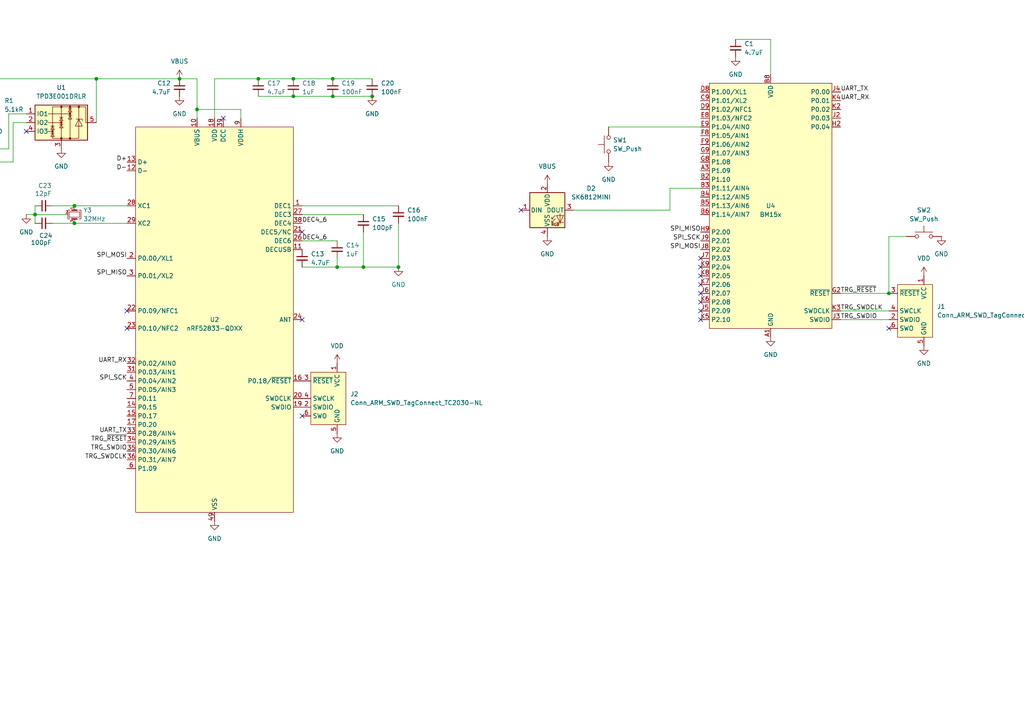
<source format=kicad_sch>
(kicad_sch (version 20240602) (generator "eeschema") (generator_version "8.99")
  (paper "A4")
  (lib_symbols
    (symbol "Connector:Conn_ARM_SWD_TagConnect_TC2030-NL" (in_bom no)
      (property "Reference" "J" (at 2.54 11.43 0))
      (property "Value" "Conn_ARM_SWD_TagConnect_TC2030-NL" (at 2.54 8.89 0))
      (symbol "Conn_ARM_SWD_TagConnect_TC2030-NL_0_0"
        (pin power_in line (at -2.54 10.16 270) (length 2.54) (name "VCC") (number "1"))
        (pin power_in line (at -2.54 -10.16 90) (length 2.54) (name "GND") (number "5"))
        (pin open_collector line (at 7.62 5.08 180) (length 2.54) (name "~{RESET}") (number "3"))
        (pin output line (at 7.62 0 180) (length 2.54) (name "SWCLK") (number "4"))
        (pin bidirectional line (at 7.62 -2.54 180) (length 2.54) (name "SWDIO") (number "2"))
        (pin input line (at 7.62 -5.08 180) (length 2.54) (name "SWO") (number "6"))
      )
      (symbol "Conn_ARM_SWD_TagConnect_TC2030-NL_0_1"
        (rectangle (start -5.08 7.62) (end 5.08 -7.62) (fill (type background)))
      )
    )
    (symbol "Connector:USB_C_Plug_USB2.0" (pin_names (offset 1.016))
      (property "Reference" "P" (at -10.16 19.05 0))
      (property "Value" "USB_C_Plug_USB2.0" (at 12.7 19.05 0))
      (symbol "USB_C_Plug_USB2.0_0_0"
        (rectangle (start -0.254 -17.78) (end 0.254 -16.764))
        (rectangle (start 10.16 15.494) (end 9.144 14.986))
        (rectangle (start 10.16 10.414) (end 9.144 9.906))
        (rectangle (start 10.16 7.874) (end 9.144 7.366))
        (rectangle (start 10.16 2.794) (end 9.144 2.286))
        (rectangle (start 10.16 -2.286) (end 9.144 -2.794))
      )
      (symbol "USB_C_Plug_USB2.0_0_1"
        (rectangle (start -10.16 17.78) (end 10.16 -17.78) (stroke (width 0.254)) (fill (type background)))
        (polyline (pts (xy -8.89 -3.81) (xy -8.89 3.81)) (stroke (width 0.508)))
        (rectangle (start -7.62 -3.81) (end -6.35 3.81) (stroke (width 0.254)) (fill (type outline)))
        (arc (start -7.62 3.81) (mid -6.985 4.4423) (end -6.35 3.81) (stroke (width 0.254)) (fill (type outline)))
        (arc (start -7.62 3.81) (mid -6.985 4.4423) (end -6.35 3.81) (stroke (width 0.254)))
        (arc (start -8.89 3.81) (mid -6.985 5.7067) (end -5.08 3.81) (stroke (width 0.508)))
        (arc (start -5.08 -3.81) (mid -6.985 -5.7067) (end -8.89 -3.81) (stroke (width 0.508)))
        (arc (start -6.35 -3.81) (mid -6.985 -4.4423) (end -7.62 -3.81) (stroke (width 0.254)) (fill (type outline)))
        (arc (start -6.35 -3.81) (mid -6.985 -4.4423) (end -7.62 -3.81) (stroke (width 0.254)))
        (polyline (pts (xy -5.08 3.81) (xy -5.08 -3.81)) (stroke (width 0.508)))
        (circle (center -2.54 1.143) (radius 0.635) (stroke (width 0.254)) (fill (type outline)))
        (polyline (pts (xy -1.27 4.318) (xy 0 6.858) (xy 1.27 4.318) (xy -1.27 4.318)) (stroke (width 0.254)) (fill (type outline)))
        (polyline (pts (xy 0 -2.032) (xy 2.54 0.508) (xy 2.54 1.778)) (stroke (width 0.508)))
        (polyline (pts (xy 0 -3.302) (xy -2.54 -0.762) (xy -2.54 0.508)) (stroke (width 0.508)))
        (polyline (pts (xy 0 -5.842) (xy 0 4.318)) (stroke (width 0.508)))
        (circle (center 0 -5.842) (radius 1.27) (fill (type outline)))
        (rectangle (start 1.905 1.778) (end 3.175 3.048) (stroke (width 0.254)) (fill (type outline)))
      )
      (symbol "USB_C_Plug_USB2.0_1_1"
        (pin passive line (at -7.62 -22.86 90) (length 5.08) (name "SHIELD") (number "S1"))
        (pin passive line (at 0 -22.86 90) (length 5.08) (name "GND") (number "A1"))
        (pin passive line (at 0 -22.86 90) (length 5.08) hide (name "GND") (number "A12"))
        (pin passive line (at 0 -22.86 90) (length 5.08) hide (name "GND") (number "B1"))
        (pin passive line (at 0 -22.86 90) (length 5.08) hide (name "GND") (number "B12"))
        (pin passive line (at 15.24 15.24 180) (length 5.08) (name "VBUS") (number "A4"))
        (pin passive line (at 15.24 15.24 180) (length 5.08) hide (name "VBUS") (number "A9"))
        (pin passive line (at 15.24 15.24 180) (length 5.08) hide (name "VBUS") (number "B4"))
        (pin passive line (at 15.24 15.24 180) (length 5.08) hide (name "VBUS") (number "B9"))
        (pin bidirectional line (at 15.24 10.16 180) (length 5.08) (name "CC") (number "A5"))
        (pin bidirectional line (at 15.24 7.62 180) (length 5.08) (name "VCONN") (number "B5"))
        (pin bidirectional line (at 15.24 2.54 180) (length 5.08) (name "D-") (number "A7"))
        (pin bidirectional line (at 15.24 -2.54 180) (length 5.08) (name "D+") (number "A6"))
      )
    )
    (symbol "Device:C_Small" (pin_numbers hide) (pin_names (offset 0.254) hide)
      (property "Reference" "C" (at 0.254 1.778 0))
      (property "Value" "C_Small" (at 0.254 -2.032 0))
      (symbol "C_Small_0_1"
        (polyline (pts (xy -1.524 0.508) (xy 1.524 0.508)) (stroke (width 0.3048)))
        (polyline (pts (xy -1.524 -0.508) (xy 1.524 -0.508)) (stroke (width 0.3302)))
      )
      (symbol "C_Small_1_1"
        (pin passive line (at 0 2.54 270) (length 2.032) (name "~") (number "1"))
        (pin passive line (at 0 -2.54 90) (length 2.032) (name "~") (number "2"))
      )
    )
    (symbol "Device:R_Small_US" (pin_numbers hide) (pin_names (offset 0.254) hide)
      (property "Reference" "R" (at 0.762 0.508 0))
      (property "Value" "R_Small_US" (at 0.762 -1.016 0))
      (symbol "R_Small_US_1_1"
        (polyline (pts (xy 0 1.524) (xy 1.016 1.143) (xy 0 0.762) (xy -1.016 0.381) (xy 0 0)))
        (polyline (pts (xy 0 0) (xy 1.016 -0.381) (xy 0 -0.762) (xy -1.016 -1.143) (xy 0 -1.524)))
        (pin passive line (at 0 2.54 270) (length 1.016) (name "~") (number "1"))
        (pin passive line (at 0 -2.54 90) (length 1.016) (name "~") (number "2"))
      )
    )
    (symbol "GND_1" (power) (pin_numbers hide) (pin_names (offset 0) hide)
      (property "Value" "GND" (at 0 -3.81 0))
      (symbol "GND_1_0_1"
        (polyline (pts (xy 0 0) (xy 0 -1.27) (xy 1.27 -1.27) (xy 0 -2.54) (xy -1.27 -1.27) (xy 0 -1.27)))
      )
      (symbol "GND_1_1_1"
        (pin power_in line (at 0 0 270) (length 0) (name "~") (number "1"))
      )
    )
    (symbol "LED:SK6812MINI" (pin_names (offset 0.254))
      (property "Reference" "D2" (at 12.7 6.3186 0))
      (property "Value" "SK6812MINI" (at 12.7 3.7786 0))
      (symbol "SK6812MINI_0_0"
        (text "RGB" (at 2.286 -4.191 0) (effects (font (size 0.762 0.762))))
      )
      (symbol "SK6812MINI_0_1"
        (polyline (pts (xy 1.27 -2.54) (xy 1.778 -2.54)))
        (polyline (pts (xy 1.27 -3.556) (xy 1.778 -3.556)))
        (polyline (pts (xy 2.286 -1.524) (xy 1.27 -2.54) (xy 1.27 -2.032)))
        (polyline (pts (xy 2.286 -2.54) (xy 1.27 -3.556) (xy 1.27 -3.048)))
        (polyline (pts (xy 3.683 -1.016) (xy 3.683 -3.556) (xy 3.683 -4.064)))
        (polyline (pts (xy 4.699 -1.524) (xy 2.667 -1.524) (xy 3.683 -3.556) (xy 4.699 -1.524)))
        (polyline (pts (xy 4.699 -3.556) (xy 2.667 -3.556)))
        (rectangle (start 5.08 5.08) (end -5.08 -5.08) (stroke (width 0.254)) (fill (type background)))
      )
      (symbol "SK6812MINI_1_1"
        (pin input line (at -7.62 0 0) (length 2.54) (name "DIN") (number "1"))
        (pin power_in line (at 0 7.62 270) (length 2.54) (name "VDD") (number "2"))
        (pin power_in line (at 0 -7.62 90) (length 2.54) (name "VSS") (number "4"))
        (pin output line (at 7.62 0 180) (length 2.54) (name "DOUT") (number "3"))
      )
    )
    (symbol "PCM_nordic-lib-kicad-nrf52:nRF52833-QDXX"
      (property "Reference" "U" (at 0 0 0))
      (property "Value" "nRF52833-QDXX" (at 0 -2.54 0))
      (symbol "nRF52833-QDXX_0_0"
        (pin unspecified line (at -25.4 45.72 0) (length 2.54) (name "D+") (number "13"))
        (pin unspecified line (at -25.4 43.18 0) (length 2.54) (name "D-") (number "12"))
        (pin unspecified line (at -25.4 33.02 0) (length 2.54) (name "XC1") (number "28"))
        (pin unspecified line (at -25.4 27.94 0) (length 2.54) (name "XC2") (number "29"))
        (pin unspecified line (at -25.4 17.78 0) (length 2.54) (name "P0.00/XL1") (number "2"))
        (pin unspecified line (at -25.4 12.7 0) (length 2.54) (name "P0.01/XL2") (number "3"))
        (pin unspecified line (at -25.4 2.54 0) (length 2.54) (name "P0.09/NFC1") (number "22"))
        (pin unspecified line (at -25.4 -2.54 0) (length 2.54) (name "P0.10/NFC2") (number "23"))
        (pin unspecified line (at -25.4 -12.7 0) (length 2.54) (name "P0.02/AIN0") (number "32"))
        (pin unspecified line (at -25.4 -15.24 0) (length 2.54) (name "P0.03/AIN1") (number "31"))
        (pin unspecified line (at -25.4 -17.78 0) (length 2.54) (name "P0.04/AIN2") (number "4"))
        (pin unspecified line (at -25.4 -20.32 0) (length 2.54) (name "P0.05/AIN3") (number "5"))
        (pin unspecified line (at -25.4 -22.86 0) (length 2.54) (name "P0.11") (number "7"))
        (pin unspecified line (at -25.4 -25.4 0) (length 2.54) (name "P0.15") (number "14"))
        (pin unspecified line (at -25.4 -27.94 0) (length 2.54) (name "P0.17") (number "15"))
        (pin unspecified line (at -25.4 -30.48 0) (length 2.54) (name "P0.20") (number "17"))
        (pin unspecified line (at -25.4 -33.02 0) (length 2.54) (name "P0.28/AIN4") (number "33"))
        (pin unspecified line (at -25.4 -35.56 0) (length 2.54) (name "P0.29/AIN5") (number "34"))
        (pin unspecified line (at -25.4 -38.1 0) (length 2.54) (name "P0.30/AIN6") (number "35"))
        (pin unspecified line (at -25.4 -40.64 0) (length 2.54) (name "P0.31/AIN7") (number "36"))
        (pin unspecified line (at -25.4 -43.18 0) (length 2.54) (name "P1.09") (number "6"))
        (pin unspecified line (at -5.08 58.42 270) (length 2.54) (name "VBUS") (number "10"))
        (pin unspecified line (at 0 58.42 270) (length 2.54) (name "VDD") (number "18"))
        (pin unspecified line (at 2.54 58.42 270) (length 2.54) (name "DCC") (number "39"))
        (pin unspecified line (at 7.62 58.42 270) (length 2.54) (name "VDDH") (number "9"))
        (pin unspecified line (at 25.4 20.32 180) (length 2.54) (name "DECUSB") (number "11"))
        (pin unspecified line (at 25.4 0 180) (length 2.54) (name "ANT") (number "24"))
        (pin unspecified line (at 25.4 -22.86 180) (length 2.54) (name "SWDCLK") (number "20"))
        (pin unspecified line (at 25.4 -25.4 180) (length 2.54) (name "SWDIO") (number "19"))
      )
      (symbol "nRF52833-QDXX_1_0"
        (pin unspecified line (at 0 58.42 270) (length 2.54) hide (name "VDD") (number "30"))
        (pin unspecified line (at 0 58.42 270) (length 2.54) hide (name "VDD") (number "40"))
        (pin unspecified line (at 0 58.42 270) (length 2.54) hide (name "VDD") (number "8"))
        (pin unspecified line (at 0 -58.42 90) (length 2.54) hide (name "VSS_PA") (number "25"))
        (pin unspecified line (at 0 -58.42 90) (length 2.54) hide (name "VSS") (number "37"))
        (pin unspecified line (at 0 -58.42 90) (length 2.54) (name "VSS") (number "49"))
        (pin unspecified line (at 25.4 33.02 180) (length 2.54) (name "DEC1") (number "1"))
        (pin unspecified line (at 25.4 30.48 180) (length 2.54) (name "DEC3") (number "27"))
        (pin unspecified line (at 25.4 27.94 180) (length 2.54) (name "DEC4") (number "38"))
        (pin unspecified line (at 25.4 25.4 180) (length 2.54) (name "DEC5/NC") (number "21"))
        (pin unspecified line (at 25.4 22.86 180) (length 2.54) (name "DEC6") (number "26"))
        (pin unspecified line (at 25.4 -17.78 180) (length 2.54) (name "P0.18/~{RESET}") (number "16"))
      )
      (symbol "nRF52833-QDXX_1_1"
        (rectangle (start -22.86 55.88) (end 22.86 -55.88) (fill (type background)))
      )
    )
    (symbol "Power_Protection:TPD3E001DRLR"
      (property "Reference" "U" (at -5.08 6.35 0))
      (property "Value" "TPD3E001DRLR" (at 8.89 -7.62 0))
      (symbol "TPD3E001DRLR_0_1"
        (rectangle (start -7.62 5.08) (end 7.62 -5.08) (stroke (width 0.254)) (fill (type background)))
        (polyline (pts (xy -7.62 0) (xy -7.112 0) (xy -7.112 4.572) (xy -5.08 4.572)))
        (circle (center -5.08 4.572) (radius 0.254) (fill (type outline)))
        (polyline (pts (xy -5.08 1.016) (xy -6.096 -1.016) (xy -4.064 -1.016) (xy -5.08 1.016)))
        (polyline (pts (xy -4.318 1.016) (xy -6.096 1.016) (xy -6.096 0.508)))
        (polyline (pts (xy -2.54 4.572) (xy -2.54 -4.572)))
        (circle (center -2.54 4.572) (radius 0.254) (fill (type outline)))
        (polyline (pts (xy -2.54 4.064) (xy -3.048 3.048) (xy -2.032 3.048) (xy -2.54 4.064)))
        (polyline (pts (xy -2.54 2.54) (xy 3.81 2.54)))
        (circle (center -2.54 2.54) (radius 0.254) (fill (type outline)))
        (polyline (pts (xy -2.54 2.032) (xy -3.048 1.016) (xy -2.032 1.016) (xy -2.54 2.032)))
        (circle (center -2.54 -4.572) (radius 0.254) (fill (type outline)))
        (polyline (pts (xy -2.032 4.064) (xy -3.048 4.064)))
        (polyline (pts (xy -2.032 2.032) (xy -3.048 2.032)))
        (circle (center 0 4.572) (radius 0.254) (fill (type outline)))
        (polyline (pts (xy 0 1.524) (xy -0.508 0.508) (xy 0.508 0.508) (xy 0 1.524)))
        (polyline (pts (xy 0 0) (xy 3.81 0)))
        (circle (center 0 0) (radius 0.254) (fill (type outline)))
        (polyline (pts (xy 0 -0.508) (xy -0.508 -1.524) (xy 0.508 -1.524) (xy 0 -0.508)))
        (circle (center 0 -4.572) (radius 0.254) (fill (type outline)))
        (polyline (pts (xy 0 -5.08) (xy 0 4.572)))
        (polyline (pts (xy 0.508 1.524) (xy -0.508 1.524)))
        (polyline (pts (xy 0.508 -0.508) (xy -0.508 -0.508)))
        (polyline (pts (xy 2.54 -1.016) (xy 2.032 -2.032) (xy 3.048 -2.032) (xy 2.54 -1.016)))
        (polyline (pts (xy 2.54 -2.54) (xy 3.81 -2.54)))
        (circle (center 2.54 -2.54) (radius 0.254) (fill (type outline)))
        (polyline (pts (xy 2.54 -3.048) (xy 2.032 -4.064) (xy 3.048 -4.064) (xy 2.54 -3.048)))
        (rectangle (start 2.54 -4.572) (end -5.08 4.572))
        (polyline (pts (xy 3.048 -1.016) (xy 2.032 -1.016)))
        (polyline (pts (xy 3.048 -3.048) (xy 2.032 -3.048)))
      )
      (symbol "TPD3E001DRLR_1_1"
        (pin passive line (at -10.16 0 0) (length 2.54) (name "~") (number "5"))
        (pin passive line (at 0 -7.62 90) (length 2.54) (name "~") (number "3"))
        (pin passive line (at 10.16 2.54 180) (length 2.54) (name "IO1") (number "1"))
        (pin passive line (at 10.16 0 180) (length 2.54) (name "IO2") (number "2"))
        (pin passive line (at 10.16 -2.54 180) (length 2.54) (name "IO3") (number "4"))
      )
    )
    (symbol "Switch:SW_Push" (pin_numbers hide) (pin_names (offset 1.016) hide)
      (property "Reference" "SW" (at 1.27 2.54 0))
      (property "Value" "SW_Push" (at 0 -1.524 0))
      (symbol "SW_Push_0_1"
        (circle (center -2.032 0) (radius 0.508))
        (polyline (pts (xy 0 1.27) (xy 0 3.048)))
        (circle (center 2.032 0) (radius 0.508))
        (polyline (pts (xy 2.54 1.27) (xy -2.54 1.27)))
        (pin passive line (at -5.08 0 0) (length 2.54) (name "1") (number "1"))
        (pin passive line (at 5.08 0 180) (length 2.54) (name "2") (number "2"))
      )
    )
    (symbol "hlord2000-Device:Crystal_GND24_Small_EZRoute" (pin_names (offset 1.016) hide)
      (property "Reference" "Y" (at 1.27 4.445 0))
      (property "Value" "Crystal_GND24_Small_EZRoute" (at 1.27 2.54 0))
      (symbol "Crystal_GND24_Small_EZRoute_0_1"
        (polyline (pts (xy -1.27 1.27) (xy -1.27 1.905) (xy 1.27 1.905) (xy 1.27 1.27)))
        (polyline (pts (xy -1.27 -0.762) (xy -1.27 0.762)) (stroke (width 0.381)))
        (polyline (pts (xy -1.27 -1.27) (xy -1.27 -1.905) (xy 1.27 -1.905) (xy 1.27 -1.27)))
        (rectangle (start -0.762 -1.524) (end 0.762 1.524))
        (polyline (pts (xy 1.27 -0.762) (xy 1.27 0.762)) (stroke (width 0.381)))
      )
      (symbol "Crystal_GND24_Small_EZRoute_1_1"
        (pin passive line (at -2.54 0 0) (length 1.27) (name "1") (number "1"))
        (pin passive line (at 0 -2.54 90) (length 0.635) (name "2") (number "2"))
        (pin passive line (at 0 -2.54 90) (length 0.635) hide (name "4") (number "4"))
        (pin passive line (at 2.54 0 180) (length 1.27) (name "3") (number "3"))
      )
    )
    (symbol "nordic-lib-kicad-nrf54-modules:BM15x"
      (property "Reference" "U" (at 0 0 0))
      (property "Value" "BM15x" (at 0 -2.54 0))
      (symbol "BM15x_0_0"
        (pin bidirectional line (at -20.32 33.02 0) (length 2.54) (name "P1.00/XL1") (number "D8"))
        (pin bidirectional line (at -20.32 30.48 0) (length 2.54) (name "P1.01/XL2") (number "C9"))
        (pin bidirectional line (at -20.32 27.94 0) (length 2.54) (name "P1.02/NFC1") (number "D9"))
        (pin bidirectional line (at -20.32 25.4 0) (length 2.54) (name "P1.03/NFC2") (number "E8"))
        (pin bidirectional line (at -20.32 22.86 0) (length 2.54) (name "P1.04/AIN0") (number "E9"))
        (pin bidirectional line (at -20.32 20.32 0) (length 2.54) (name "P1.05/AIN1") (number "F8"))
        (pin bidirectional line (at -20.32 17.78 0) (length 2.54) (name "P1.06/AIN2") (number "F9"))
        (pin bidirectional line (at -20.32 15.24 0) (length 2.54) (name "P1.07/AIN3") (number "G9"))
        (pin bidirectional line (at -20.32 12.7 0) (length 2.54) (name "P1.08") (number "G8"))
        (pin bidirectional line (at -20.32 10.16 0) (length 2.54) (name "P1.09") (number "A3"))
        (pin bidirectional line (at -20.32 7.62 0) (length 2.54) (name "P1.10") (number "B2"))
        (pin bidirectional line (at -20.32 5.08 0) (length 2.54) (name "P1.11/AIN4") (number "B3"))
        (pin bidirectional line (at -20.32 2.54 0) (length 2.54) (name "P1.12/AIN5") (number "B4"))
        (pin bidirectional line (at -20.32 0 0) (length 2.54) (name "P1.13/AIN6") (number "B5"))
        (pin bidirectional line (at -20.32 -2.54 0) (length 2.54) (name "P1.14/AIN7") (number "B6"))
        (pin bidirectional line (at -20.32 -7.62 0) (length 2.54) (name "P2.00") (number "H9"))
        (pin bidirectional line (at -20.32 -10.16 0) (length 2.54) (name "P2.01") (number "J9"))
        (pin bidirectional line (at -20.32 -12.7 0) (length 2.54) (name "P2.02") (number "J8"))
        (pin bidirectional line (at -20.32 -15.24 0) (length 2.54) (name "P2.03") (number "J7"))
        (pin bidirectional line (at -20.32 -17.78 0) (length 2.54) (name "P2.04") (number "K9"))
        (pin bidirectional line (at -20.32 -20.32 0) (length 2.54) (name "P2.05") (number "K8"))
        (pin bidirectional line (at -20.32 -22.86 0) (length 2.54) (name "P2.06") (number "K7"))
        (pin bidirectional line (at -20.32 -25.4 0) (length 2.54) (name "P2.07") (number "J6"))
        (pin bidirectional line (at -20.32 -27.94 0) (length 2.54) (name "P2.08") (number "K6"))
        (pin bidirectional line (at -20.32 -30.48 0) (length 2.54) (name "P2.09") (number "J5"))
        (pin bidirectional line (at -20.32 -33.02 0) (length 2.54) (name "P2.10") (number "K5"))
        (pin passive line (at 0 38.1 270) (length 2.54) hide (name "VDD") (number "C8"))
        (pin passive line (at 0 -38.1 90) (length 2.54) hide (name "GND") (number "A9"))
        (pin passive line (at 0 -38.1 90) (length 2.54) hide (name "GND") (number "B1"))
        (pin passive line (at 0 -38.1 90) (length 2.54) hide (name "GND") (number "B7"))
        (pin passive line (at 0 -38.1 90) (length 2.54) hide (name "GND") (number "B9"))
        (pin passive line (at 0 -38.1 90) (length 2.54) hide (name "GND") (number "D1"))
        (pin passive line (at 0 -38.1 90) (length 2.54) hide (name "GND") (number "E1"))
        (pin passive line (at 0 -38.1 90) (length 2.54) hide (name "GND") (number "F1"))
        (pin passive line (at 0 -38.1 90) (length 2.54) hide (name "GND") (number "H8"))
        (pin bidirectional line (at 20.32 33.02 180) (length 2.54) (name "P0.00") (number "J4"))
        (pin bidirectional line (at 20.32 30.48 180) (length 2.54) (name "P0.01") (number "K4"))
        (pin bidirectional line (at 20.32 27.94 180) (length 2.54) (name "P0.02") (number "K2"))
        (pin bidirectional line (at 20.32 25.4 180) (length 2.54) (name "P0.03") (number "J2"))
        (pin bidirectional line (at 20.32 22.86 180) (length 2.54) (name "P0.04") (number "H2"))
        (pin input line (at 20.32 -25.4 180) (length 2.54) (name "~{RESET}") (number "G2"))
        (pin input line (at 20.32 -30.48 180) (length 2.54) (name "SWDCLK") (number "K3"))
        (pin bidirectional line (at 20.32 -33.02 180) (length 2.54) (name "SWDIO") (number "J3"))
      )
      (symbol "BM15x_1_0"
        (pin power_in line (at 0 38.1 270) (length 2.54) (name "VDD") (number "B8"))
        (pin power_in line (at 0 -38.1 90) (length 2.54) (name "GND") (number "A1"))
      )
      (symbol "BM15x_1_1"
        (rectangle (start -17.78 35.56) (end 17.78 -35.56) (fill (type background)))
      )
    )
    (symbol "power:GND" (power) (pin_numbers hide) (pin_names (offset 0) hide)
      (property "Value" "GND" (at 0 -3.81 0))
      (symbol "GND_0_1"
        (polyline (pts (xy 0 0) (xy 0 -1.27) (xy 1.27 -1.27) (xy 0 -2.54) (xy -1.27 -1.27) (xy 0 -1.27)))
      )
      (symbol "GND_1_1"
        (pin power_in line (at 0 0 270) (length 0) (name "~") (number "1"))
      )
    )
    (symbol "power:VBUS" (power) (pin_numbers hide) (pin_names (offset 0) hide)
      (property "Value" "VBUS" (at 0 3.556 0))
      (symbol "VBUS_0_1"
        (polyline (pts (xy -0.762 1.27) (xy 0 2.54)))
        (polyline (pts (xy 0 2.54) (xy 0.762 1.27)))
        (polyline (pts (xy 0 0) (xy 0 2.54)))
      )
      (symbol "VBUS_1_1"
        (pin power_in line (at 0 0 90) (length 0) (name "~") (number "1"))
      )
    )
    (symbol "power:VDD" (power) (pin_numbers hide) (pin_names (offset 0) hide)
      (property "Value" "VDD" (at 0 3.556 0))
      (symbol "VDD_0_1"
        (polyline (pts (xy -0.762 1.27) (xy 0 2.54)))
        (polyline (pts (xy 0 2.54) (xy 0.762 1.27)))
        (polyline (pts (xy 0 0) (xy 0 2.54)))
      )
      (symbol "VDD_1_1"
        (pin power_in line (at 0 0 90) (length 0) (name "~") (number "1"))
      )
    )
  )
  (junction (at 85.09 27.94))
  (junction (at 96.52 27.94))
  (junction (at 74.93 22.86))
  (junction (at 115.57 77.47))
  (junction (at 27.94 22.86))
  (junction (at 105.41 77.47))
  (junction (at 85.09 22.86))
  (junction (at 257.81 85.09))
  (junction (at 52.07 22.86))
  (junction (at 57.15 31.75))
  (junction (at 97.79 77.47))
  (junction (at 96.52 22.86))
  (junction (at 21.59 64.77))
  (junction (at 10.16 62.23))
  (junction (at 21.59 59.69))
  (junction (at -24.13 60.96))
  (junction (at 107.95 27.94))
  (no_connect (at 151.13 60.96))
  (no_connect (at 64.77 34.29))
  (no_connect (at 87.63 120.65))
  (no_connect (at 36.83 95.25))
  (no_connect (at 203.2 90.17))
  (no_connect (at 203.2 82.55))
  (no_connect (at 36.83 90.17))
  (no_connect (at 203.2 85.09))
  (no_connect (at 203.2 77.47))
  (no_connect (at 203.2 74.93))
  (no_connect (at 203.2 92.71))
  (no_connect (at 87.63 92.71))
  (no_connect (at 203.2 80.01))
  (no_connect (at 257.81 95.25))
  (no_connect (at 87.63 67.31))
  (no_connect (at -8.89 30.48))
  (no_connect (at 203.2 87.63))
  (no_connect (at 7.62 38.1))
  (wire (pts (xy 15.24 64.77) (xy 21.59 64.77)))
  (wire (pts (xy 2.54 43.18) (xy 2.54 33.02)))
  (wire (pts (xy 3.81 35.56) (xy 3.81 46.99)))
  (wire (pts (xy -8.89 46.99) (xy -8.89 40.64)))
  (wire (pts (xy 115.57 77.47) (xy 115.57 64.77)))
  (wire (pts (xy 21.59 59.69) (xy 36.83 59.69)))
  (wire (pts (xy 194.31 54.61) (xy 203.2 54.61)))
  (wire (pts (xy 257.81 68.58) (xy 257.81 85.09)))
  (wire (pts (xy 87.63 62.23) (xy 105.41 62.23)))
  (wire (pts (xy 262.89 68.58) (xy 257.81 68.58)))
  (wire (pts (xy 243.84 85.09) (xy 257.81 85.09)))
  (wire (pts (xy 52.07 22.86) (xy 57.15 22.86)))
  (wire (pts (xy 27.94 22.86) (xy 27.94 35.56)))
  (wire (pts (xy 105.41 77.47) (xy 115.57 77.47)))
  (wire (pts (xy 166.37 60.96) (xy 194.31 60.96)))
  (wire (pts (xy 176.53 36.83) (xy 203.2 36.83)))
  (wire (pts (xy 3.81 46.99) (xy -8.89 46.99)))
  (wire (pts (xy 69.85 31.75) (xy 69.85 34.29)))
  (wire (pts (xy 7.62 35.56) (xy 3.81 35.56)))
  (wire (pts (xy 97.79 77.47) (xy 105.41 77.47)))
  (wire (pts (xy 105.41 67.31) (xy 105.41 77.47)))
  (wire (pts (xy 62.23 22.86) (xy 74.93 22.86)))
  (wire (pts (xy 57.15 31.75) (xy 69.85 31.75)))
  (wire (pts (xy 74.93 27.94) (xy 85.09 27.94)))
  (wire (pts (xy 62.23 22.86) (xy 62.23 34.29)))
  (wire (pts (xy 96.52 27.94) (xy 107.95 27.94)))
  (wire (pts (xy 10.16 62.23) (xy 19.05 62.23)))
  (wire (pts (xy 97.79 74.93) (xy 97.79 77.47)))
  (wire (pts (xy -5.08 43.18) (xy 2.54 43.18)))
  (wire (pts (xy -8.89 27.94) (xy -1.27 27.94)))
  (wire (pts (xy 27.94 22.86) (xy 52.07 22.86)))
  (wire (pts (xy 223.52 11.43) (xy 223.52 21.59)))
  (wire (pts (xy 243.84 92.71) (xy 257.81 92.71)))
  (wire (pts (xy 194.31 60.96) (xy 194.31 54.61)))
  (wire (pts (xy 7.62 62.23) (xy 10.16 62.23)))
  (wire (pts (xy 57.15 22.86) (xy 57.15 31.75)))
  (wire (pts (xy 213.36 11.43) (xy 223.52 11.43)))
  (wire (pts (xy 85.09 22.86) (xy 96.52 22.86)))
  (wire (pts (xy 15.24 59.69) (xy 21.59 59.69)))
  (wire (pts (xy -31.75 60.96) (xy -24.13 60.96)))
  (wire (pts (xy 85.09 27.94) (xy 96.52 27.94)))
  (wire (pts (xy 87.63 77.47) (xy 97.79 77.47)))
  (wire (pts (xy -5.08 35.56) (xy -5.08 43.18)))
  (wire (pts (xy 96.52 22.86) (xy 107.95 22.86)))
  (wire (pts (xy 243.84 90.17) (xy 257.81 90.17)))
  (wire (pts (xy 74.93 22.86) (xy 85.09 22.86)))
  (wire (pts (xy 21.59 64.77) (xy 36.83 64.77)))
  (wire (pts (xy 87.63 69.85) (xy 97.79 69.85)))
  (wire (pts (xy 10.16 59.69) (xy 10.16 62.23)))
  (wire (pts (xy -8.89 22.86) (xy 27.94 22.86)))
  (wire (pts (xy -8.89 35.56) (xy -5.08 35.56)))
  (wire (pts (xy 10.16 62.23) (xy 10.16 64.77)))
  (wire (pts (xy 2.54 33.02) (xy 7.62 33.02)))
  (wire (pts (xy 87.63 59.69) (xy 115.57 59.69)))
  (wire (pts (xy 57.15 31.75) (xy 57.15 34.29)))
  (label "TRG_~{RESET}" (at 243.84 85.09 0))
  (label "TRG_~{RESET}" (at 36.83 128.27 180))
  (label "TRG_SWDCLK" (at 36.83 133.35 180))
  (label "D-" (at 36.83 49.53 180))
  (label "TRG_SWDIO" (at 36.83 130.81 180))
  (label "DEC4_6" (at 87.63 64.77 0))
  (label "SPI_SCK" (at 36.83 110.49 180))
  (label "DEC4_6" (at 87.63 69.85 0))
  (label "D-" (at -8.89 35.56 0))
  (label "UART_RX" (at 36.83 105.41 180))
  (label "SPI_MOSI" (at 36.83 74.93 180))
  (label "SPI_SCK" (at 203.2 69.85 180))
  (label "TRG_SWDIO" (at 243.84 92.71 0))
  (label "UART_TX" (at 243.84 26.67 0))
  (label "D+" (at 36.83 46.99 180))
  (label "TRG_SWDCLK" (at 243.8549 90.17 0))
  (label "D+" (at -8.89 40.64 0))
  (label "SPI_MISO" (at 36.83 80.01 180))
  (label "SPI_MOSI" (at 203.2 72.39 180))
  (label "SPI_MISO" (at 203.2 67.31 180))
  (label "UART_RX" (at 243.84 29.21 0))
  (label "UART_TX" (at 36.83 125.73 180))
  (symbol (lib_id "power:VDD") (at 97.79 105.41 0) (unit 1)
    (property "Reference" "#PWR014" (effects (hide yes)))
    (property "Value" "VDD" (at 97.79 100.33 0))
    (property "Description" "Power symbol creates a global label with name \"VDD\"" (effects (hide yes)))
  )
  (symbol (lib_id "Device:C_Small") (at 115.57 62.23 0) (unit 1)
    (property "Reference" "C16" (at 118.11 60.9662 0) (effects (justify left)))
    (property "Value" "100nF" (at 118.11 63.5062 0) (effects (justify left)))
    (property "Footprint" "Capacitor_SMD:C_0201_0603Metric" (effects (hide yes)))
    (property "Description" "Unpolarized capacitor, small symbol" (effects (hide yes)))
  )
  (symbol (lib_id "Device:C_Small") (at 97.79 72.39 0) (unit 1)
    (property "Reference" "C14" (at 100.33 71.1262 0) (effects (justify left)))
    (property "Value" "1uF" (at 100.33 73.6662 0) (effects (justify left)))
    (property "Footprint" "Capacitor_SMD:C_0201_0603Metric" (effects (hide yes)))
    (property "Description" "Unpolarized capacitor, small symbol" (effects (hide yes)))
  )
  (symbol (lib_id "power:GND") (at -24.13 60.96 0) (unit 1)
    (property "Reference" "#PWR020" (effects (hide yes)))
    (property "Value" "GND" (at -24.13 66.04 0))
    (property "Description" "Power symbol creates a global label with name \"GND\" , ground" (effects (hide yes)))
  )
  (symbol (lib_id "Device:C_Small") (at 74.93 25.4 0) (unit 1)
    (property "Reference" "C17" (at 77.47 24.1362 0) (effects (justify left)))
    (property "Value" "4.7uF" (at 77.47 26.6762 0) (effects (justify left)))
    (property "Footprint" "Capacitor_SMD:C_0402_1005Metric" (effects (hide yes)))
    (property "Description" "Unpolarized capacitor, small symbol" (effects (hide yes)))
  )
  (symbol (lib_id "Device:C_Small") (at 96.52 25.4 0) (unit 1)
    (property "Reference" "C19" (at 99.06 24.1362 0) (effects (justify left)))
    (property "Value" "100nF" (at 99.06 26.6762 0) (effects (justify left)))
    (property "Footprint" "Capacitor_SMD:C_0201_0603Metric" (effects (hide yes)))
    (property "Description" "Unpolarized capacitor, small symbol" (effects (hide yes)))
  )
  (symbol (lib_id "power:GND") (at 115.57 77.47 0) (unit 1)
    (property "Reference" "#PWR017" (effects (hide yes)))
    (property "Value" "GND" (at 115.57 82.55 0))
    (property "Description" "Power symbol creates a global label with name \"GND\" , ground" (effects (hide yes)))
  )
  (symbol (lib_id "power:GND") (at 223.52 97.79 0) (unit 1)
    (property "Reference" "#PWR011" (effects (hide yes)))
    (property "Value" "GND" (at 223.52 102.87 0))
    (property "Description" "Power symbol creates a global label with name \"GND\" , ground" (effects (hide yes)))
  )
  (symbol (lib_id "Switch:SW_Push") (at 176.53 41.91 90) (unit 1)
    (property "Reference" "SW1" (at 177.8 40.6399 90) (effects (justify right)))
    (property "Value" "SW_Push" (at 177.8 43.1799 90) (effects (justify right)))
    (property "Footprint" "Button_Switch_SMD:SW_Push_1P1T_NO_Vertical_Wuerth_434133025816" (effects (hide yes)))
    (property "Description" "Push button switch, generic, two pins" (effects (hide yes)))
  )
  (symbol (lib_id "Device:C_Small") (at 105.41 64.77 0) (unit 1)
    (property "Reference" "C15" (at 107.95 63.5062 0) (effects (justify left)))
    (property "Value" "100pF" (at 107.95 66.0462 0) (effects (justify left)))
    (property "Footprint" "Capacitor_SMD:C_0201_0603Metric" (effects (hide yes)))
    (property "Description" "Unpolarized capacitor, small symbol" (effects (hide yes)))
  )
  (symbol (lib_id "power:GND") (at 267.97 100.33 0) (unit 1)
    (property "Reference" "#PWR012" (effects (hide yes)))
    (property "Value" "GND" (at 267.97 105.41 0))
    (property "Description" "Power symbol creates a global label with name \"GND\" , ground" (effects (hide yes)))
  )
  (symbol (lib_id "Connector:Conn_ARM_SWD_TagConnect_TC2030-NL") (at 265.43 90.17 0) (mirror y) (unit 1) (in_bom no)
    (property "Reference" "J1" (at 271.78 88.8999 0) (effects (justify right)))
    (property "Value" "Conn_ARM_SWD_TagConnect_TC2030-NL" (at 271.78 91.4399 0) (effects (justify right)))
    (property "Footprint" "Connector:Tag-Connect_TC2030-IDC-NL_2x03_P1.27mm_Vertical" (effects (hide yes)))
    (property "Datasheet" "https://www.tag-connect.com/wp-content/uploads/bsk-pdf-manager/TC2030-CTX_1.pdf" (effects (hide yes)))
    (property "Description" "Tag-Connect ARM Cortex SWD JTAG connector, 6 pin, no legs" (effects (hide yes)))
  )
  (symbol (lib_id "Device:C_Small") (at 52.07 25.4 0) (mirror y) (unit 1)
    (property "Reference" "C12" (at 49.53 24.1362 0) (effects (justify left)))
    (property "Value" "4.7uF" (at 49.53 26.6762 0) (effects (justify left)))
    (property "Footprint" "Capacitor_SMD:C_0402_1005Metric" (effects (hide yes)))
    (property "Description" "Unpolarized capacitor, small symbol" (effects (hide yes)))
  )
  (symbol (lib_id "power:GND") (at 213.36 16.51 0) (unit 1)
    (property "Reference" "#PWR01" (effects (hide yes)))
    (property "Value" "GND" (at 213.36 21.59 0))
    (property "Description" "Power symbol creates a global label with name \"GND\" , ground" (effects (hide yes)))
  )
  (symbol (lib_id "PCM_nordic-lib-kicad-nrf52:nRF52833-QDXX") (at 62.23 92.71 0) (unit 1)
    (property "Reference" "U2" (at 62.23 92.71 0))
    (property "Value" "nRF52833-QDXX" (at 62.23 95.25 0))
    (property "Footprint" "Package_DFN_QFN:QFN-40-1EP_5x5mm_P0.4mm_EP3.6x3.6mm" (effects (hide yes)))
  )
  (symbol (lib_id "Switch:SW_Push") (at 267.97 68.58 0) (unit 1)
    (property "Reference" "SW2" (at 267.97 60.96 0))
    (property "Value" "SW_Push" (at 267.97 63.5 0))
    (property "Footprint" "Button_Switch_SMD:SW_Push_1P1T_NO_Vertical_Wuerth_434133025816" (effects (hide yes)))
    (property "Description" "Push button switch, generic, two pins" (effects (hide yes)))
  )
  (symbol (lib_id "Connector:USB_C_Plug_USB2.0") (at -24.13 38.1 0) (unit 1)
    (property "Reference" "P1" (at -24.13 15.24 0))
    (property "Value" "USB_C_Plug_USB2.0" (at -24.13 17.78 0))
    (property "Footprint" "Connector_USB:USB_C_Plug_Molex_105444" (effects (hide yes)))
    (property "Datasheet" "https://www.usb.org/sites/default/files/documents/usb_type-c.zip" (effects (hide yes)))
    (property "Description" "USB 2.0-only Type-C Plug connector" (effects (hide yes)))
    (property "LCSC" "C134082" (effects (hide yes)))
  )
  (symbol (lib_name "GND_1") (lib_id "power:GND") (at 52.07 27.94 0) (unit 1)
    (property "Reference" "#PWR018" (effects (hide yes)))
    (property "Value" "GND" (at 52.07 33.02 0))
    (property "Description" "Power symbol creates a global label with name \"GND\" , ground" (effects (hide yes)))
  )
  (symbol (lib_id "Device:C_Small") (at 85.09 25.4 0) (unit 1)
    (property "Reference" "C18" (at 87.63 24.1362 0) (effects (justify left)))
    (property "Value" "1uF" (at 87.63 26.6762 0) (effects (justify left)))
    (property "Footprint" "Capacitor_SMD:C_0201_0603Metric" (effects (hide yes)))
    (property "Description" "Unpolarized capacitor, small symbol" (effects (hide yes)))
  )
  (symbol (lib_id "power:GND") (at 176.53 46.99 0) (unit 1)
    (property "Reference" "#PWR025" (effects (hide yes)))
    (property "Value" "GND" (at 176.53 52.07 0))
    (property "Description" "Power symbol creates a global label with name \"GND\" , ground" (effects (hide yes)))
  )
  (symbol (lib_id "Power_Protection:TPD3E001DRLR") (at 17.78 35.56 0) (mirror y) (unit 1)
    (property "Reference" "U1" (at 17.78 25.4 0))
    (property "Value" "TPD3E001DRLR" (at 17.78 27.94 0))
    (property "Footprint" "Package_TO_SOT_SMD:SOT-553" (effects (hide yes)))
    (property "Datasheet" "http://www.ti.com/lit/ds/symlink/tpd3e001.pdf" (effects (hide yes)))
    (property "Description" "TPD3E001 Low-Capacitance 3-Channel ESD-Protection for High-Speed Data Interfaces" (effects (hide yes)))
  )
  (symbol (lib_id "Device:C_Small") (at 12.7 64.77 90) (mirror x) (unit 1)
    (property "Reference" "C24" (at 15.24 68.326 90) (effects (justify left)))
    (property "Value" "100pF" (at 14.986 70.358 90) (effects (justify left)))
    (property "Footprint" "Capacitor_SMD:C_0201_0603Metric" (effects (hide yes)))
    (property "Description" "Unpolarized capacitor, small symbol" (effects (hide yes)))
  )
  (symbol (lib_id "power:GND") (at 158.75 68.58 0) (unit 1)
    (property "Reference" "#PWR03" (effects (hide yes)))
    (property "Value" "GND" (at 158.75 73.66 0))
    (property "Description" "Power symbol creates a global label with name \"GND\" , ground" (effects (hide yes)))
  )
  (symbol (lib_id "hlord2000-Device:Crystal_GND24_Small_EZRoute") (at 21.59 62.23 270) (unit 1)
    (property "Reference" "Y3" (at 24.13 60.9599 90) (effects (justify left)))
    (property "Value" "32MHz" (at 24.13 63.4999 90) (effects (justify left)))
    (property "Footprint" "Crystal:Crystal_SMD_2016-4Pin_2.0x1.6mm" (effects (hide yes)))
    (property "Description" "Four pin crystal, GND on pins 2 and 4, small symbol" (effects (hide yes)))
  )
  (symbol (lib_id "Device:R_Small_US") (at -1.27 30.48 0) (unit 1)
    (property "Reference" "R1" (at 1.27 29.2099 0) (effects (justify left)))
    (property "Value" "5.1kR" (at 1.27 31.7499 0) (effects (justify left)))
    (property "Footprint" "Resistor_SMD:R_0201_0603Metric" (effects (hide yes)))
    (property "Description" "Resistor, small US symbol" (effects (hide yes)))
  )
  (symbol (lib_name "GND_1") (lib_id "power:GND") (at 107.95 27.94 0) (unit 1)
    (property "Reference" "#PWR019" (effects (hide yes)))
    (property "Value" "GND" (at 107.95 33.02 0))
    (property "Description" "Power symbol creates a global label with name \"GND\" , ground" (effects (hide yes)))
  )
  (symbol (lib_id "Device:C_Small") (at 87.63 74.93 0) (unit 1)
    (property "Reference" "C13" (at 90.17 73.6662 0) (effects (justify left)))
    (property "Value" "4.7uF" (at 90.17 76.2062 0) (effects (justify left)))
    (property "Footprint" "Capacitor_SMD:C_0402_1005Metric" (effects (hide yes)))
    (property "Description" "Unpolarized capacitor, small symbol" (effects (hide yes)))
  )
  (symbol (lib_id "LED:SK6812MINI") (at 158.75 60.96 0) (unit 1)
    (property "Reference" "D2" (at 171.45 54.6414 0))
    (property "Value" "SK6812MINI" (at 171.45 57.1814 0))
    (property "Footprint" "LED_SMD:LED_SK6812_EC15_1.5x1.5mm" (effects (hide yes)))
    (property "Datasheet" "https://cdn-shop.adafruit.com/product-files/2686/SK6812MINI_REV.01-1-2.pdf" (effects (hide yes)))
    (property "Description" "RGB LED with integrated controller" (effects (hide yes)))
    (property "LCSC" "C2890035" (effects (hide yes)))
  )
  (symbol (lib_id "power:GND") (at 97.79 125.73 0) (unit 1)
    (property "Reference" "#PWR015" (effects (hide yes)))
    (property "Value" "GND" (at 97.79 130.81 0))
    (property "Description" "Power symbol creates a global label with name \"GND\" , ground" (effects (hide yes)))
  )
  (symbol (lib_id "Connector:Conn_ARM_SWD_TagConnect_TC2030-NL") (at 95.25 115.57 0) (mirror y) (unit 1) (in_bom no)
    (property "Reference" "J2" (at 101.6 114.2999 0) (effects (justify right)))
    (property "Value" "Conn_ARM_SWD_TagConnect_TC2030-NL" (at 101.6 116.8399 0) (effects (justify right)))
    (property "Footprint" "Connector:Tag-Connect_TC2030-IDC-NL_2x03_P1.27mm_Vertical" (effects (hide yes)))
    (property "Datasheet" "https://www.tag-connect.com/wp-content/uploads/bsk-pdf-manager/TC2030-CTX_1.pdf" (effects (hide yes)))
    (property "Description" "Tag-Connect ARM Cortex SWD JTAG connector, 6 pin, no legs" (effects (hide yes)))
  )
  (symbol (lib_id "power:GND") (at 62.23 151.13 0) (unit 1)
    (property "Reference" "#PWR09" (effects (hide yes)))
    (property "Value" "GND" (at 62.23 156.21 0))
    (property "Description" "Power symbol creates a global label with name \"GND\" , ground" (effects (hide yes)))
  )
  (symbol (lib_name "GND_1") (lib_id "power:GND") (at -1.27 33.02 0) (unit 1)
    (property "Reference" "#PWR021" (effects (hide yes)))
    (property "Value" "GND" (at -1.27 38.1 0))
    (property "Description" "Power symbol creates a global label with name \"GND\" , ground" (effects (hide yes)))
  )
  (symbol (lib_id "Device:C_Small") (at 107.95 25.4 0) (unit 1)
    (property "Reference" "C20" (at 110.49 24.1362 0) (effects (justify left)))
    (property "Value" "100nF" (at 110.49 26.6762 0) (effects (justify left)))
    (property "Footprint" "Capacitor_SMD:C_0201_0603Metric" (effects (hide yes)))
    (property "Description" "Unpolarized capacitor, small symbol" (effects (hide yes)))
  )
  (symbol (lib_id "power:VBUS") (at 52.07 22.86 0) (unit 1)
    (property "Reference" "#PWR02" (effects (hide yes)))
    (property "Value" "VBUS" (at 52.07 17.78 0))
    (property "Description" "Power symbol creates a global label with name \"VBUS\"" (effects (hide yes)))
  )
  (symbol (lib_id "power:VBUS") (at 158.75 53.34 0) (unit 1)
    (property "Reference" "#PWR05" (effects (hide yes)))
    (property "Value" "VBUS" (at 158.75 48.26 0))
    (property "Description" "Power symbol creates a global label with name \"VBUS\"" (effects (hide yes)))
  )
  (symbol (lib_id "Device:C_Small") (at 213.36 13.97 0) (unit 1)
    (property "Reference" "C1" (at 215.9 12.7062 0) (effects (justify left)))
    (property "Value" "4.7uF" (at 215.9 15.2462 0) (effects (justify left)))
    (property "Footprint" "Capacitor_SMD:C_0402_1005Metric" (effects (hide yes)))
    (property "Description" "Unpolarized capacitor, small symbol" (effects (hide yes)))
  )
  (symbol (lib_id "power:GND") (at 17.78 43.18 0) (unit 1)
    (property "Reference" "#PWR04" (effects (hide yes)))
    (property "Value" "GND" (at 17.78 48.26 0))
    (property "Description" "Power symbol creates a global label with name \"GND\" , ground" (effects (hide yes)))
  )
  (symbol (lib_id "Device:C_Small") (at 12.7 59.69 90) (unit 1)
    (property "Reference" "C23" (at 14.986 53.848 90) (effects (justify left)))
    (property "Value" "12pF" (at 14.986 56.134 90) (effects (justify left)))
    (property "Footprint" "Capacitor_SMD:C_0201_0603Metric" (effects (hide yes)))
    (property "Description" "Unpolarized capacitor, small symbol" (effects (hide yes)))
  )
  (symbol (lib_id "power:GND") (at 273.05 68.58 0) (unit 1)
    (property "Reference" "#PWR016" (effects (hide yes)))
    (property "Value" "GND" (at 273.05 73.66 0))
    (property "Description" "Power symbol creates a global label with name \"GND\" , ground" (effects (hide yes)))
  )
  (symbol (lib_id "power:VDD") (at 267.97 80.01 0) (unit 1)
    (property "Reference" "#PWR010" (effects (hide yes)))
    (property "Value" "VDD" (at 267.97 74.93 0))
    (property "Description" "Power symbol creates a global label with name \"VDD\"" (effects (hide yes)))
  )
  (symbol (lib_id "nordic-lib-kicad-nrf54-modules:BM15x") (at 223.52 59.69 0) (unit 1)
    (property "Reference" "U4" (at 223.52 59.69 0))
    (property "Value" "BM15x" (at 223.52 62.23 0))
    (property "Footprint" "PCM_nordic-lib-kicad-nrf54-modules:BM15x-LGA-45_15.8x10mm" (effects (hide yes)))
    (property "Datasheet" "https://static1.squarespace.com/static/561459a2e4b0b39f5cefa12e/t/66c3d7591cc204465c3f6e4f/1724110684125/BM15C+Product+Specifications.pdf" (effects (hide yes)))
  )
  (symbol (lib_id "power:GND") (at 7.62 62.23 0) (unit 1)
    (property "Reference" "#PWR024" (effects (hide yes)))
    (property "Value" "GND" (at 7.62 67.31 0))
    (property "Description" "Power symbol creates a global label with name \"GND\" , ground" (effects (hide yes)))
  )
)
</source>
